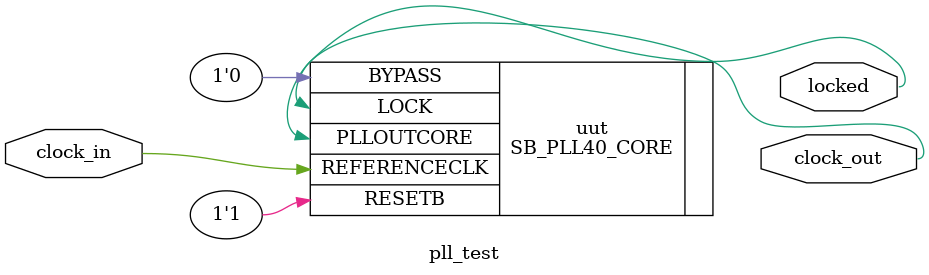
<source format=v>
/**
 * PLL configuration
 *
 * This Verilog module was generated automatically
 * using the icepll tool from the IceStorm project.
 * Use at your own risk.
 *
 * Given input frequency:        12.000 MHz
 * Requested output frequency:   45.000 MHz
 * Achieved output frequency:    45.000 MHz
 */

module pll_test(
	input  clock_in,
	output clock_out,
	output locked
	);

SB_PLL40_CORE #(
		.FEEDBACK_PATH("SIMPLE"),
		.DIVR(4'b0000),		// DIVR =  0
		.DIVF(7'b0111011),	// DIVF = 59
		.DIVQ(3'b100),		// DIVQ =  4
		.FILTER_RANGE(3'b001)	// FILTER_RANGE = 1
	) uut (
		.LOCK(locked),
		.RESETB(1'b1),
		.BYPASS(1'b0),
		.REFERENCECLK(clock_in),
		.PLLOUTCORE(clock_out)
		);

endmodule

</source>
